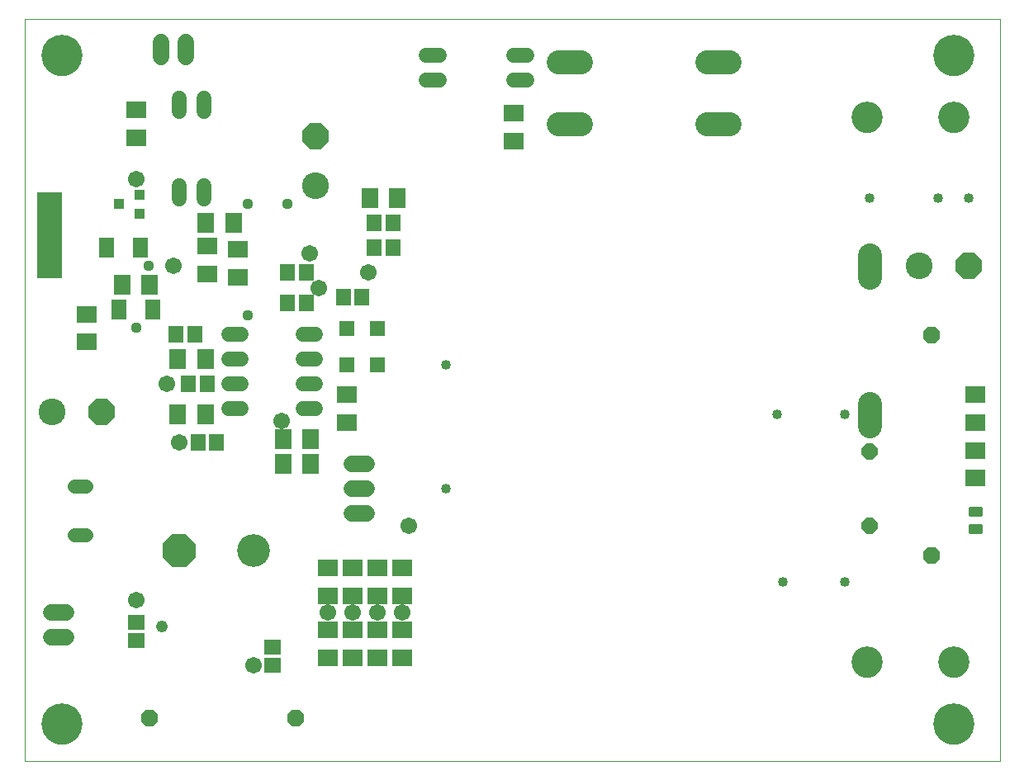
<source format=gts>
G75*
%MOIN*%
%OFA0B0*%
%FSLAX25Y25*%
%IPPOS*%
%LPD*%
%AMOC8*
5,1,8,0,0,1.08239X$1,22.5*
%
%ADD10C,0.00000*%
%ADD11C,0.16548*%
%ADD12C,0.12611*%
%ADD13R,0.10000X0.35000*%
%ADD14C,0.09650*%
%ADD15R,0.07898X0.07099*%
%ADD16C,0.06000*%
%ADD17R,0.05918X0.06706*%
%ADD18R,0.07099X0.07898*%
%ADD19C,0.10800*%
%ADD20OC8,0.10800*%
%ADD21R,0.06312X0.06312*%
%ADD22C,0.06800*%
%ADD23R,0.06312X0.07887*%
%ADD24R,0.04343X0.03950*%
%ADD25C,0.05556*%
%ADD26OC8,0.13200*%
%ADD27C,0.13200*%
%ADD28R,0.06706X0.05918*%
%ADD29OC8,0.06800*%
%ADD30OC8,0.06400*%
%ADD31C,0.04000*%
%ADD32C,0.01677*%
%ADD33C,0.06737*%
%ADD34C,0.06706*%
%ADD35C,0.04900*%
%ADD36C,0.04369*%
D10*
X0014325Y0003000D02*
X0014325Y0302961D01*
X0408026Y0302961D01*
X0408026Y0003000D01*
X0014325Y0003000D01*
X0021451Y0018000D02*
X0021453Y0018193D01*
X0021460Y0018386D01*
X0021472Y0018579D01*
X0021489Y0018772D01*
X0021510Y0018964D01*
X0021536Y0019155D01*
X0021567Y0019346D01*
X0021602Y0019536D01*
X0021642Y0019725D01*
X0021687Y0019913D01*
X0021736Y0020100D01*
X0021790Y0020286D01*
X0021848Y0020470D01*
X0021911Y0020653D01*
X0021979Y0020834D01*
X0022050Y0021013D01*
X0022127Y0021191D01*
X0022207Y0021367D01*
X0022292Y0021540D01*
X0022381Y0021712D01*
X0022474Y0021881D01*
X0022571Y0022048D01*
X0022673Y0022213D01*
X0022778Y0022375D01*
X0022887Y0022534D01*
X0023001Y0022691D01*
X0023118Y0022844D01*
X0023238Y0022995D01*
X0023363Y0023143D01*
X0023491Y0023288D01*
X0023622Y0023429D01*
X0023757Y0023568D01*
X0023896Y0023703D01*
X0024037Y0023834D01*
X0024182Y0023962D01*
X0024330Y0024087D01*
X0024481Y0024207D01*
X0024634Y0024324D01*
X0024791Y0024438D01*
X0024950Y0024547D01*
X0025112Y0024652D01*
X0025277Y0024754D01*
X0025444Y0024851D01*
X0025613Y0024944D01*
X0025785Y0025033D01*
X0025958Y0025118D01*
X0026134Y0025198D01*
X0026312Y0025275D01*
X0026491Y0025346D01*
X0026672Y0025414D01*
X0026855Y0025477D01*
X0027039Y0025535D01*
X0027225Y0025589D01*
X0027412Y0025638D01*
X0027600Y0025683D01*
X0027789Y0025723D01*
X0027979Y0025758D01*
X0028170Y0025789D01*
X0028361Y0025815D01*
X0028553Y0025836D01*
X0028746Y0025853D01*
X0028939Y0025865D01*
X0029132Y0025872D01*
X0029325Y0025874D01*
X0029518Y0025872D01*
X0029711Y0025865D01*
X0029904Y0025853D01*
X0030097Y0025836D01*
X0030289Y0025815D01*
X0030480Y0025789D01*
X0030671Y0025758D01*
X0030861Y0025723D01*
X0031050Y0025683D01*
X0031238Y0025638D01*
X0031425Y0025589D01*
X0031611Y0025535D01*
X0031795Y0025477D01*
X0031978Y0025414D01*
X0032159Y0025346D01*
X0032338Y0025275D01*
X0032516Y0025198D01*
X0032692Y0025118D01*
X0032865Y0025033D01*
X0033037Y0024944D01*
X0033206Y0024851D01*
X0033373Y0024754D01*
X0033538Y0024652D01*
X0033700Y0024547D01*
X0033859Y0024438D01*
X0034016Y0024324D01*
X0034169Y0024207D01*
X0034320Y0024087D01*
X0034468Y0023962D01*
X0034613Y0023834D01*
X0034754Y0023703D01*
X0034893Y0023568D01*
X0035028Y0023429D01*
X0035159Y0023288D01*
X0035287Y0023143D01*
X0035412Y0022995D01*
X0035532Y0022844D01*
X0035649Y0022691D01*
X0035763Y0022534D01*
X0035872Y0022375D01*
X0035977Y0022213D01*
X0036079Y0022048D01*
X0036176Y0021881D01*
X0036269Y0021712D01*
X0036358Y0021540D01*
X0036443Y0021367D01*
X0036523Y0021191D01*
X0036600Y0021013D01*
X0036671Y0020834D01*
X0036739Y0020653D01*
X0036802Y0020470D01*
X0036860Y0020286D01*
X0036914Y0020100D01*
X0036963Y0019913D01*
X0037008Y0019725D01*
X0037048Y0019536D01*
X0037083Y0019346D01*
X0037114Y0019155D01*
X0037140Y0018964D01*
X0037161Y0018772D01*
X0037178Y0018579D01*
X0037190Y0018386D01*
X0037197Y0018193D01*
X0037199Y0018000D01*
X0037197Y0017807D01*
X0037190Y0017614D01*
X0037178Y0017421D01*
X0037161Y0017228D01*
X0037140Y0017036D01*
X0037114Y0016845D01*
X0037083Y0016654D01*
X0037048Y0016464D01*
X0037008Y0016275D01*
X0036963Y0016087D01*
X0036914Y0015900D01*
X0036860Y0015714D01*
X0036802Y0015530D01*
X0036739Y0015347D01*
X0036671Y0015166D01*
X0036600Y0014987D01*
X0036523Y0014809D01*
X0036443Y0014633D01*
X0036358Y0014460D01*
X0036269Y0014288D01*
X0036176Y0014119D01*
X0036079Y0013952D01*
X0035977Y0013787D01*
X0035872Y0013625D01*
X0035763Y0013466D01*
X0035649Y0013309D01*
X0035532Y0013156D01*
X0035412Y0013005D01*
X0035287Y0012857D01*
X0035159Y0012712D01*
X0035028Y0012571D01*
X0034893Y0012432D01*
X0034754Y0012297D01*
X0034613Y0012166D01*
X0034468Y0012038D01*
X0034320Y0011913D01*
X0034169Y0011793D01*
X0034016Y0011676D01*
X0033859Y0011562D01*
X0033700Y0011453D01*
X0033538Y0011348D01*
X0033373Y0011246D01*
X0033206Y0011149D01*
X0033037Y0011056D01*
X0032865Y0010967D01*
X0032692Y0010882D01*
X0032516Y0010802D01*
X0032338Y0010725D01*
X0032159Y0010654D01*
X0031978Y0010586D01*
X0031795Y0010523D01*
X0031611Y0010465D01*
X0031425Y0010411D01*
X0031238Y0010362D01*
X0031050Y0010317D01*
X0030861Y0010277D01*
X0030671Y0010242D01*
X0030480Y0010211D01*
X0030289Y0010185D01*
X0030097Y0010164D01*
X0029904Y0010147D01*
X0029711Y0010135D01*
X0029518Y0010128D01*
X0029325Y0010126D01*
X0029132Y0010128D01*
X0028939Y0010135D01*
X0028746Y0010147D01*
X0028553Y0010164D01*
X0028361Y0010185D01*
X0028170Y0010211D01*
X0027979Y0010242D01*
X0027789Y0010277D01*
X0027600Y0010317D01*
X0027412Y0010362D01*
X0027225Y0010411D01*
X0027039Y0010465D01*
X0026855Y0010523D01*
X0026672Y0010586D01*
X0026491Y0010654D01*
X0026312Y0010725D01*
X0026134Y0010802D01*
X0025958Y0010882D01*
X0025785Y0010967D01*
X0025613Y0011056D01*
X0025444Y0011149D01*
X0025277Y0011246D01*
X0025112Y0011348D01*
X0024950Y0011453D01*
X0024791Y0011562D01*
X0024634Y0011676D01*
X0024481Y0011793D01*
X0024330Y0011913D01*
X0024182Y0012038D01*
X0024037Y0012166D01*
X0023896Y0012297D01*
X0023757Y0012432D01*
X0023622Y0012571D01*
X0023491Y0012712D01*
X0023363Y0012857D01*
X0023238Y0013005D01*
X0023118Y0013156D01*
X0023001Y0013309D01*
X0022887Y0013466D01*
X0022778Y0013625D01*
X0022673Y0013787D01*
X0022571Y0013952D01*
X0022474Y0014119D01*
X0022381Y0014288D01*
X0022292Y0014460D01*
X0022207Y0014633D01*
X0022127Y0014809D01*
X0022050Y0014987D01*
X0021979Y0015166D01*
X0021911Y0015347D01*
X0021848Y0015530D01*
X0021790Y0015714D01*
X0021736Y0015900D01*
X0021687Y0016087D01*
X0021642Y0016275D01*
X0021602Y0016464D01*
X0021567Y0016654D01*
X0021536Y0016845D01*
X0021510Y0017036D01*
X0021489Y0017228D01*
X0021472Y0017421D01*
X0021460Y0017614D01*
X0021453Y0017807D01*
X0021451Y0018000D01*
X0348419Y0043000D02*
X0348421Y0043153D01*
X0348427Y0043307D01*
X0348437Y0043460D01*
X0348451Y0043612D01*
X0348469Y0043765D01*
X0348491Y0043916D01*
X0348516Y0044067D01*
X0348546Y0044218D01*
X0348580Y0044368D01*
X0348617Y0044516D01*
X0348658Y0044664D01*
X0348703Y0044810D01*
X0348752Y0044956D01*
X0348805Y0045100D01*
X0348861Y0045242D01*
X0348921Y0045383D01*
X0348985Y0045523D01*
X0349052Y0045661D01*
X0349123Y0045797D01*
X0349198Y0045931D01*
X0349275Y0046063D01*
X0349357Y0046193D01*
X0349441Y0046321D01*
X0349529Y0046447D01*
X0349620Y0046570D01*
X0349714Y0046691D01*
X0349812Y0046809D01*
X0349912Y0046925D01*
X0350016Y0047038D01*
X0350122Y0047149D01*
X0350231Y0047257D01*
X0350343Y0047362D01*
X0350457Y0047463D01*
X0350575Y0047562D01*
X0350694Y0047658D01*
X0350816Y0047751D01*
X0350941Y0047840D01*
X0351068Y0047927D01*
X0351197Y0048009D01*
X0351328Y0048089D01*
X0351461Y0048165D01*
X0351596Y0048238D01*
X0351733Y0048307D01*
X0351872Y0048372D01*
X0352012Y0048434D01*
X0352154Y0048492D01*
X0352297Y0048547D01*
X0352442Y0048598D01*
X0352588Y0048645D01*
X0352735Y0048688D01*
X0352883Y0048727D01*
X0353032Y0048763D01*
X0353182Y0048794D01*
X0353333Y0048822D01*
X0353484Y0048846D01*
X0353637Y0048866D01*
X0353789Y0048882D01*
X0353942Y0048894D01*
X0354095Y0048902D01*
X0354248Y0048906D01*
X0354402Y0048906D01*
X0354555Y0048902D01*
X0354708Y0048894D01*
X0354861Y0048882D01*
X0355013Y0048866D01*
X0355166Y0048846D01*
X0355317Y0048822D01*
X0355468Y0048794D01*
X0355618Y0048763D01*
X0355767Y0048727D01*
X0355915Y0048688D01*
X0356062Y0048645D01*
X0356208Y0048598D01*
X0356353Y0048547D01*
X0356496Y0048492D01*
X0356638Y0048434D01*
X0356778Y0048372D01*
X0356917Y0048307D01*
X0357054Y0048238D01*
X0357189Y0048165D01*
X0357322Y0048089D01*
X0357453Y0048009D01*
X0357582Y0047927D01*
X0357709Y0047840D01*
X0357834Y0047751D01*
X0357956Y0047658D01*
X0358075Y0047562D01*
X0358193Y0047463D01*
X0358307Y0047362D01*
X0358419Y0047257D01*
X0358528Y0047149D01*
X0358634Y0047038D01*
X0358738Y0046925D01*
X0358838Y0046809D01*
X0358936Y0046691D01*
X0359030Y0046570D01*
X0359121Y0046447D01*
X0359209Y0046321D01*
X0359293Y0046193D01*
X0359375Y0046063D01*
X0359452Y0045931D01*
X0359527Y0045797D01*
X0359598Y0045661D01*
X0359665Y0045523D01*
X0359729Y0045383D01*
X0359789Y0045242D01*
X0359845Y0045100D01*
X0359898Y0044956D01*
X0359947Y0044810D01*
X0359992Y0044664D01*
X0360033Y0044516D01*
X0360070Y0044368D01*
X0360104Y0044218D01*
X0360134Y0044067D01*
X0360159Y0043916D01*
X0360181Y0043765D01*
X0360199Y0043612D01*
X0360213Y0043460D01*
X0360223Y0043307D01*
X0360229Y0043153D01*
X0360231Y0043000D01*
X0360229Y0042847D01*
X0360223Y0042693D01*
X0360213Y0042540D01*
X0360199Y0042388D01*
X0360181Y0042235D01*
X0360159Y0042084D01*
X0360134Y0041933D01*
X0360104Y0041782D01*
X0360070Y0041632D01*
X0360033Y0041484D01*
X0359992Y0041336D01*
X0359947Y0041190D01*
X0359898Y0041044D01*
X0359845Y0040900D01*
X0359789Y0040758D01*
X0359729Y0040617D01*
X0359665Y0040477D01*
X0359598Y0040339D01*
X0359527Y0040203D01*
X0359452Y0040069D01*
X0359375Y0039937D01*
X0359293Y0039807D01*
X0359209Y0039679D01*
X0359121Y0039553D01*
X0359030Y0039430D01*
X0358936Y0039309D01*
X0358838Y0039191D01*
X0358738Y0039075D01*
X0358634Y0038962D01*
X0358528Y0038851D01*
X0358419Y0038743D01*
X0358307Y0038638D01*
X0358193Y0038537D01*
X0358075Y0038438D01*
X0357956Y0038342D01*
X0357834Y0038249D01*
X0357709Y0038160D01*
X0357582Y0038073D01*
X0357453Y0037991D01*
X0357322Y0037911D01*
X0357189Y0037835D01*
X0357054Y0037762D01*
X0356917Y0037693D01*
X0356778Y0037628D01*
X0356638Y0037566D01*
X0356496Y0037508D01*
X0356353Y0037453D01*
X0356208Y0037402D01*
X0356062Y0037355D01*
X0355915Y0037312D01*
X0355767Y0037273D01*
X0355618Y0037237D01*
X0355468Y0037206D01*
X0355317Y0037178D01*
X0355166Y0037154D01*
X0355013Y0037134D01*
X0354861Y0037118D01*
X0354708Y0037106D01*
X0354555Y0037098D01*
X0354402Y0037094D01*
X0354248Y0037094D01*
X0354095Y0037098D01*
X0353942Y0037106D01*
X0353789Y0037118D01*
X0353637Y0037134D01*
X0353484Y0037154D01*
X0353333Y0037178D01*
X0353182Y0037206D01*
X0353032Y0037237D01*
X0352883Y0037273D01*
X0352735Y0037312D01*
X0352588Y0037355D01*
X0352442Y0037402D01*
X0352297Y0037453D01*
X0352154Y0037508D01*
X0352012Y0037566D01*
X0351872Y0037628D01*
X0351733Y0037693D01*
X0351596Y0037762D01*
X0351461Y0037835D01*
X0351328Y0037911D01*
X0351197Y0037991D01*
X0351068Y0038073D01*
X0350941Y0038160D01*
X0350816Y0038249D01*
X0350694Y0038342D01*
X0350575Y0038438D01*
X0350457Y0038537D01*
X0350343Y0038638D01*
X0350231Y0038743D01*
X0350122Y0038851D01*
X0350016Y0038962D01*
X0349912Y0039075D01*
X0349812Y0039191D01*
X0349714Y0039309D01*
X0349620Y0039430D01*
X0349529Y0039553D01*
X0349441Y0039679D01*
X0349357Y0039807D01*
X0349275Y0039937D01*
X0349198Y0040069D01*
X0349123Y0040203D01*
X0349052Y0040339D01*
X0348985Y0040477D01*
X0348921Y0040617D01*
X0348861Y0040758D01*
X0348805Y0040900D01*
X0348752Y0041044D01*
X0348703Y0041190D01*
X0348658Y0041336D01*
X0348617Y0041484D01*
X0348580Y0041632D01*
X0348546Y0041782D01*
X0348516Y0041933D01*
X0348491Y0042084D01*
X0348469Y0042235D01*
X0348451Y0042388D01*
X0348437Y0042540D01*
X0348427Y0042693D01*
X0348421Y0042847D01*
X0348419Y0043000D01*
X0383419Y0043000D02*
X0383421Y0043153D01*
X0383427Y0043307D01*
X0383437Y0043460D01*
X0383451Y0043612D01*
X0383469Y0043765D01*
X0383491Y0043916D01*
X0383516Y0044067D01*
X0383546Y0044218D01*
X0383580Y0044368D01*
X0383617Y0044516D01*
X0383658Y0044664D01*
X0383703Y0044810D01*
X0383752Y0044956D01*
X0383805Y0045100D01*
X0383861Y0045242D01*
X0383921Y0045383D01*
X0383985Y0045523D01*
X0384052Y0045661D01*
X0384123Y0045797D01*
X0384198Y0045931D01*
X0384275Y0046063D01*
X0384357Y0046193D01*
X0384441Y0046321D01*
X0384529Y0046447D01*
X0384620Y0046570D01*
X0384714Y0046691D01*
X0384812Y0046809D01*
X0384912Y0046925D01*
X0385016Y0047038D01*
X0385122Y0047149D01*
X0385231Y0047257D01*
X0385343Y0047362D01*
X0385457Y0047463D01*
X0385575Y0047562D01*
X0385694Y0047658D01*
X0385816Y0047751D01*
X0385941Y0047840D01*
X0386068Y0047927D01*
X0386197Y0048009D01*
X0386328Y0048089D01*
X0386461Y0048165D01*
X0386596Y0048238D01*
X0386733Y0048307D01*
X0386872Y0048372D01*
X0387012Y0048434D01*
X0387154Y0048492D01*
X0387297Y0048547D01*
X0387442Y0048598D01*
X0387588Y0048645D01*
X0387735Y0048688D01*
X0387883Y0048727D01*
X0388032Y0048763D01*
X0388182Y0048794D01*
X0388333Y0048822D01*
X0388484Y0048846D01*
X0388637Y0048866D01*
X0388789Y0048882D01*
X0388942Y0048894D01*
X0389095Y0048902D01*
X0389248Y0048906D01*
X0389402Y0048906D01*
X0389555Y0048902D01*
X0389708Y0048894D01*
X0389861Y0048882D01*
X0390013Y0048866D01*
X0390166Y0048846D01*
X0390317Y0048822D01*
X0390468Y0048794D01*
X0390618Y0048763D01*
X0390767Y0048727D01*
X0390915Y0048688D01*
X0391062Y0048645D01*
X0391208Y0048598D01*
X0391353Y0048547D01*
X0391496Y0048492D01*
X0391638Y0048434D01*
X0391778Y0048372D01*
X0391917Y0048307D01*
X0392054Y0048238D01*
X0392189Y0048165D01*
X0392322Y0048089D01*
X0392453Y0048009D01*
X0392582Y0047927D01*
X0392709Y0047840D01*
X0392834Y0047751D01*
X0392956Y0047658D01*
X0393075Y0047562D01*
X0393193Y0047463D01*
X0393307Y0047362D01*
X0393419Y0047257D01*
X0393528Y0047149D01*
X0393634Y0047038D01*
X0393738Y0046925D01*
X0393838Y0046809D01*
X0393936Y0046691D01*
X0394030Y0046570D01*
X0394121Y0046447D01*
X0394209Y0046321D01*
X0394293Y0046193D01*
X0394375Y0046063D01*
X0394452Y0045931D01*
X0394527Y0045797D01*
X0394598Y0045661D01*
X0394665Y0045523D01*
X0394729Y0045383D01*
X0394789Y0045242D01*
X0394845Y0045100D01*
X0394898Y0044956D01*
X0394947Y0044810D01*
X0394992Y0044664D01*
X0395033Y0044516D01*
X0395070Y0044368D01*
X0395104Y0044218D01*
X0395134Y0044067D01*
X0395159Y0043916D01*
X0395181Y0043765D01*
X0395199Y0043612D01*
X0395213Y0043460D01*
X0395223Y0043307D01*
X0395229Y0043153D01*
X0395231Y0043000D01*
X0395229Y0042847D01*
X0395223Y0042693D01*
X0395213Y0042540D01*
X0395199Y0042388D01*
X0395181Y0042235D01*
X0395159Y0042084D01*
X0395134Y0041933D01*
X0395104Y0041782D01*
X0395070Y0041632D01*
X0395033Y0041484D01*
X0394992Y0041336D01*
X0394947Y0041190D01*
X0394898Y0041044D01*
X0394845Y0040900D01*
X0394789Y0040758D01*
X0394729Y0040617D01*
X0394665Y0040477D01*
X0394598Y0040339D01*
X0394527Y0040203D01*
X0394452Y0040069D01*
X0394375Y0039937D01*
X0394293Y0039807D01*
X0394209Y0039679D01*
X0394121Y0039553D01*
X0394030Y0039430D01*
X0393936Y0039309D01*
X0393838Y0039191D01*
X0393738Y0039075D01*
X0393634Y0038962D01*
X0393528Y0038851D01*
X0393419Y0038743D01*
X0393307Y0038638D01*
X0393193Y0038537D01*
X0393075Y0038438D01*
X0392956Y0038342D01*
X0392834Y0038249D01*
X0392709Y0038160D01*
X0392582Y0038073D01*
X0392453Y0037991D01*
X0392322Y0037911D01*
X0392189Y0037835D01*
X0392054Y0037762D01*
X0391917Y0037693D01*
X0391778Y0037628D01*
X0391638Y0037566D01*
X0391496Y0037508D01*
X0391353Y0037453D01*
X0391208Y0037402D01*
X0391062Y0037355D01*
X0390915Y0037312D01*
X0390767Y0037273D01*
X0390618Y0037237D01*
X0390468Y0037206D01*
X0390317Y0037178D01*
X0390166Y0037154D01*
X0390013Y0037134D01*
X0389861Y0037118D01*
X0389708Y0037106D01*
X0389555Y0037098D01*
X0389402Y0037094D01*
X0389248Y0037094D01*
X0389095Y0037098D01*
X0388942Y0037106D01*
X0388789Y0037118D01*
X0388637Y0037134D01*
X0388484Y0037154D01*
X0388333Y0037178D01*
X0388182Y0037206D01*
X0388032Y0037237D01*
X0387883Y0037273D01*
X0387735Y0037312D01*
X0387588Y0037355D01*
X0387442Y0037402D01*
X0387297Y0037453D01*
X0387154Y0037508D01*
X0387012Y0037566D01*
X0386872Y0037628D01*
X0386733Y0037693D01*
X0386596Y0037762D01*
X0386461Y0037835D01*
X0386328Y0037911D01*
X0386197Y0037991D01*
X0386068Y0038073D01*
X0385941Y0038160D01*
X0385816Y0038249D01*
X0385694Y0038342D01*
X0385575Y0038438D01*
X0385457Y0038537D01*
X0385343Y0038638D01*
X0385231Y0038743D01*
X0385122Y0038851D01*
X0385016Y0038962D01*
X0384912Y0039075D01*
X0384812Y0039191D01*
X0384714Y0039309D01*
X0384620Y0039430D01*
X0384529Y0039553D01*
X0384441Y0039679D01*
X0384357Y0039807D01*
X0384275Y0039937D01*
X0384198Y0040069D01*
X0384123Y0040203D01*
X0384052Y0040339D01*
X0383985Y0040477D01*
X0383921Y0040617D01*
X0383861Y0040758D01*
X0383805Y0040900D01*
X0383752Y0041044D01*
X0383703Y0041190D01*
X0383658Y0041336D01*
X0383617Y0041484D01*
X0383580Y0041632D01*
X0383546Y0041782D01*
X0383516Y0041933D01*
X0383491Y0042084D01*
X0383469Y0042235D01*
X0383451Y0042388D01*
X0383437Y0042540D01*
X0383427Y0042693D01*
X0383421Y0042847D01*
X0383419Y0043000D01*
X0381451Y0018000D02*
X0381453Y0018193D01*
X0381460Y0018386D01*
X0381472Y0018579D01*
X0381489Y0018772D01*
X0381510Y0018964D01*
X0381536Y0019155D01*
X0381567Y0019346D01*
X0381602Y0019536D01*
X0381642Y0019725D01*
X0381687Y0019913D01*
X0381736Y0020100D01*
X0381790Y0020286D01*
X0381848Y0020470D01*
X0381911Y0020653D01*
X0381979Y0020834D01*
X0382050Y0021013D01*
X0382127Y0021191D01*
X0382207Y0021367D01*
X0382292Y0021540D01*
X0382381Y0021712D01*
X0382474Y0021881D01*
X0382571Y0022048D01*
X0382673Y0022213D01*
X0382778Y0022375D01*
X0382887Y0022534D01*
X0383001Y0022691D01*
X0383118Y0022844D01*
X0383238Y0022995D01*
X0383363Y0023143D01*
X0383491Y0023288D01*
X0383622Y0023429D01*
X0383757Y0023568D01*
X0383896Y0023703D01*
X0384037Y0023834D01*
X0384182Y0023962D01*
X0384330Y0024087D01*
X0384481Y0024207D01*
X0384634Y0024324D01*
X0384791Y0024438D01*
X0384950Y0024547D01*
X0385112Y0024652D01*
X0385277Y0024754D01*
X0385444Y0024851D01*
X0385613Y0024944D01*
X0385785Y0025033D01*
X0385958Y0025118D01*
X0386134Y0025198D01*
X0386312Y0025275D01*
X0386491Y0025346D01*
X0386672Y0025414D01*
X0386855Y0025477D01*
X0387039Y0025535D01*
X0387225Y0025589D01*
X0387412Y0025638D01*
X0387600Y0025683D01*
X0387789Y0025723D01*
X0387979Y0025758D01*
X0388170Y0025789D01*
X0388361Y0025815D01*
X0388553Y0025836D01*
X0388746Y0025853D01*
X0388939Y0025865D01*
X0389132Y0025872D01*
X0389325Y0025874D01*
X0389518Y0025872D01*
X0389711Y0025865D01*
X0389904Y0025853D01*
X0390097Y0025836D01*
X0390289Y0025815D01*
X0390480Y0025789D01*
X0390671Y0025758D01*
X0390861Y0025723D01*
X0391050Y0025683D01*
X0391238Y0025638D01*
X0391425Y0025589D01*
X0391611Y0025535D01*
X0391795Y0025477D01*
X0391978Y0025414D01*
X0392159Y0025346D01*
X0392338Y0025275D01*
X0392516Y0025198D01*
X0392692Y0025118D01*
X0392865Y0025033D01*
X0393037Y0024944D01*
X0393206Y0024851D01*
X0393373Y0024754D01*
X0393538Y0024652D01*
X0393700Y0024547D01*
X0393859Y0024438D01*
X0394016Y0024324D01*
X0394169Y0024207D01*
X0394320Y0024087D01*
X0394468Y0023962D01*
X0394613Y0023834D01*
X0394754Y0023703D01*
X0394893Y0023568D01*
X0395028Y0023429D01*
X0395159Y0023288D01*
X0395287Y0023143D01*
X0395412Y0022995D01*
X0395532Y0022844D01*
X0395649Y0022691D01*
X0395763Y0022534D01*
X0395872Y0022375D01*
X0395977Y0022213D01*
X0396079Y0022048D01*
X0396176Y0021881D01*
X0396269Y0021712D01*
X0396358Y0021540D01*
X0396443Y0021367D01*
X0396523Y0021191D01*
X0396600Y0021013D01*
X0396671Y0020834D01*
X0396739Y0020653D01*
X0396802Y0020470D01*
X0396860Y0020286D01*
X0396914Y0020100D01*
X0396963Y0019913D01*
X0397008Y0019725D01*
X0397048Y0019536D01*
X0397083Y0019346D01*
X0397114Y0019155D01*
X0397140Y0018964D01*
X0397161Y0018772D01*
X0397178Y0018579D01*
X0397190Y0018386D01*
X0397197Y0018193D01*
X0397199Y0018000D01*
X0397197Y0017807D01*
X0397190Y0017614D01*
X0397178Y0017421D01*
X0397161Y0017228D01*
X0397140Y0017036D01*
X0397114Y0016845D01*
X0397083Y0016654D01*
X0397048Y0016464D01*
X0397008Y0016275D01*
X0396963Y0016087D01*
X0396914Y0015900D01*
X0396860Y0015714D01*
X0396802Y0015530D01*
X0396739Y0015347D01*
X0396671Y0015166D01*
X0396600Y0014987D01*
X0396523Y0014809D01*
X0396443Y0014633D01*
X0396358Y0014460D01*
X0396269Y0014288D01*
X0396176Y0014119D01*
X0396079Y0013952D01*
X0395977Y0013787D01*
X0395872Y0013625D01*
X0395763Y0013466D01*
X0395649Y0013309D01*
X0395532Y0013156D01*
X0395412Y0013005D01*
X0395287Y0012857D01*
X0395159Y0012712D01*
X0395028Y0012571D01*
X0394893Y0012432D01*
X0394754Y0012297D01*
X0394613Y0012166D01*
X0394468Y0012038D01*
X0394320Y0011913D01*
X0394169Y0011793D01*
X0394016Y0011676D01*
X0393859Y0011562D01*
X0393700Y0011453D01*
X0393538Y0011348D01*
X0393373Y0011246D01*
X0393206Y0011149D01*
X0393037Y0011056D01*
X0392865Y0010967D01*
X0392692Y0010882D01*
X0392516Y0010802D01*
X0392338Y0010725D01*
X0392159Y0010654D01*
X0391978Y0010586D01*
X0391795Y0010523D01*
X0391611Y0010465D01*
X0391425Y0010411D01*
X0391238Y0010362D01*
X0391050Y0010317D01*
X0390861Y0010277D01*
X0390671Y0010242D01*
X0390480Y0010211D01*
X0390289Y0010185D01*
X0390097Y0010164D01*
X0389904Y0010147D01*
X0389711Y0010135D01*
X0389518Y0010128D01*
X0389325Y0010126D01*
X0389132Y0010128D01*
X0388939Y0010135D01*
X0388746Y0010147D01*
X0388553Y0010164D01*
X0388361Y0010185D01*
X0388170Y0010211D01*
X0387979Y0010242D01*
X0387789Y0010277D01*
X0387600Y0010317D01*
X0387412Y0010362D01*
X0387225Y0010411D01*
X0387039Y0010465D01*
X0386855Y0010523D01*
X0386672Y0010586D01*
X0386491Y0010654D01*
X0386312Y0010725D01*
X0386134Y0010802D01*
X0385958Y0010882D01*
X0385785Y0010967D01*
X0385613Y0011056D01*
X0385444Y0011149D01*
X0385277Y0011246D01*
X0385112Y0011348D01*
X0384950Y0011453D01*
X0384791Y0011562D01*
X0384634Y0011676D01*
X0384481Y0011793D01*
X0384330Y0011913D01*
X0384182Y0012038D01*
X0384037Y0012166D01*
X0383896Y0012297D01*
X0383757Y0012432D01*
X0383622Y0012571D01*
X0383491Y0012712D01*
X0383363Y0012857D01*
X0383238Y0013005D01*
X0383118Y0013156D01*
X0383001Y0013309D01*
X0382887Y0013466D01*
X0382778Y0013625D01*
X0382673Y0013787D01*
X0382571Y0013952D01*
X0382474Y0014119D01*
X0382381Y0014288D01*
X0382292Y0014460D01*
X0382207Y0014633D01*
X0382127Y0014809D01*
X0382050Y0014987D01*
X0381979Y0015166D01*
X0381911Y0015347D01*
X0381848Y0015530D01*
X0381790Y0015714D01*
X0381736Y0015900D01*
X0381687Y0016087D01*
X0381642Y0016275D01*
X0381602Y0016464D01*
X0381567Y0016654D01*
X0381536Y0016845D01*
X0381510Y0017036D01*
X0381489Y0017228D01*
X0381472Y0017421D01*
X0381460Y0017614D01*
X0381453Y0017807D01*
X0381451Y0018000D01*
X0383419Y0263000D02*
X0383421Y0263153D01*
X0383427Y0263307D01*
X0383437Y0263460D01*
X0383451Y0263612D01*
X0383469Y0263765D01*
X0383491Y0263916D01*
X0383516Y0264067D01*
X0383546Y0264218D01*
X0383580Y0264368D01*
X0383617Y0264516D01*
X0383658Y0264664D01*
X0383703Y0264810D01*
X0383752Y0264956D01*
X0383805Y0265100D01*
X0383861Y0265242D01*
X0383921Y0265383D01*
X0383985Y0265523D01*
X0384052Y0265661D01*
X0384123Y0265797D01*
X0384198Y0265931D01*
X0384275Y0266063D01*
X0384357Y0266193D01*
X0384441Y0266321D01*
X0384529Y0266447D01*
X0384620Y0266570D01*
X0384714Y0266691D01*
X0384812Y0266809D01*
X0384912Y0266925D01*
X0385016Y0267038D01*
X0385122Y0267149D01*
X0385231Y0267257D01*
X0385343Y0267362D01*
X0385457Y0267463D01*
X0385575Y0267562D01*
X0385694Y0267658D01*
X0385816Y0267751D01*
X0385941Y0267840D01*
X0386068Y0267927D01*
X0386197Y0268009D01*
X0386328Y0268089D01*
X0386461Y0268165D01*
X0386596Y0268238D01*
X0386733Y0268307D01*
X0386872Y0268372D01*
X0387012Y0268434D01*
X0387154Y0268492D01*
X0387297Y0268547D01*
X0387442Y0268598D01*
X0387588Y0268645D01*
X0387735Y0268688D01*
X0387883Y0268727D01*
X0388032Y0268763D01*
X0388182Y0268794D01*
X0388333Y0268822D01*
X0388484Y0268846D01*
X0388637Y0268866D01*
X0388789Y0268882D01*
X0388942Y0268894D01*
X0389095Y0268902D01*
X0389248Y0268906D01*
X0389402Y0268906D01*
X0389555Y0268902D01*
X0389708Y0268894D01*
X0389861Y0268882D01*
X0390013Y0268866D01*
X0390166Y0268846D01*
X0390317Y0268822D01*
X0390468Y0268794D01*
X0390618Y0268763D01*
X0390767Y0268727D01*
X0390915Y0268688D01*
X0391062Y0268645D01*
X0391208Y0268598D01*
X0391353Y0268547D01*
X0391496Y0268492D01*
X0391638Y0268434D01*
X0391778Y0268372D01*
X0391917Y0268307D01*
X0392054Y0268238D01*
X0392189Y0268165D01*
X0392322Y0268089D01*
X0392453Y0268009D01*
X0392582Y0267927D01*
X0392709Y0267840D01*
X0392834Y0267751D01*
X0392956Y0267658D01*
X0393075Y0267562D01*
X0393193Y0267463D01*
X0393307Y0267362D01*
X0393419Y0267257D01*
X0393528Y0267149D01*
X0393634Y0267038D01*
X0393738Y0266925D01*
X0393838Y0266809D01*
X0393936Y0266691D01*
X0394030Y0266570D01*
X0394121Y0266447D01*
X0394209Y0266321D01*
X0394293Y0266193D01*
X0394375Y0266063D01*
X0394452Y0265931D01*
X0394527Y0265797D01*
X0394598Y0265661D01*
X0394665Y0265523D01*
X0394729Y0265383D01*
X0394789Y0265242D01*
X0394845Y0265100D01*
X0394898Y0264956D01*
X0394947Y0264810D01*
X0394992Y0264664D01*
X0395033Y0264516D01*
X0395070Y0264368D01*
X0395104Y0264218D01*
X0395134Y0264067D01*
X0395159Y0263916D01*
X0395181Y0263765D01*
X0395199Y0263612D01*
X0395213Y0263460D01*
X0395223Y0263307D01*
X0395229Y0263153D01*
X0395231Y0263000D01*
X0395229Y0262847D01*
X0395223Y0262693D01*
X0395213Y0262540D01*
X0395199Y0262388D01*
X0395181Y0262235D01*
X0395159Y0262084D01*
X0395134Y0261933D01*
X0395104Y0261782D01*
X0395070Y0261632D01*
X0395033Y0261484D01*
X0394992Y0261336D01*
X0394947Y0261190D01*
X0394898Y0261044D01*
X0394845Y0260900D01*
X0394789Y0260758D01*
X0394729Y0260617D01*
X0394665Y0260477D01*
X0394598Y0260339D01*
X0394527Y0260203D01*
X0394452Y0260069D01*
X0394375Y0259937D01*
X0394293Y0259807D01*
X0394209Y0259679D01*
X0394121Y0259553D01*
X0394030Y0259430D01*
X0393936Y0259309D01*
X0393838Y0259191D01*
X0393738Y0259075D01*
X0393634Y0258962D01*
X0393528Y0258851D01*
X0393419Y0258743D01*
X0393307Y0258638D01*
X0393193Y0258537D01*
X0393075Y0258438D01*
X0392956Y0258342D01*
X0392834Y0258249D01*
X0392709Y0258160D01*
X0392582Y0258073D01*
X0392453Y0257991D01*
X0392322Y0257911D01*
X0392189Y0257835D01*
X0392054Y0257762D01*
X0391917Y0257693D01*
X0391778Y0257628D01*
X0391638Y0257566D01*
X0391496Y0257508D01*
X0391353Y0257453D01*
X0391208Y0257402D01*
X0391062Y0257355D01*
X0390915Y0257312D01*
X0390767Y0257273D01*
X0390618Y0257237D01*
X0390468Y0257206D01*
X0390317Y0257178D01*
X0390166Y0257154D01*
X0390013Y0257134D01*
X0389861Y0257118D01*
X0389708Y0257106D01*
X0389555Y0257098D01*
X0389402Y0257094D01*
X0389248Y0257094D01*
X0389095Y0257098D01*
X0388942Y0257106D01*
X0388789Y0257118D01*
X0388637Y0257134D01*
X0388484Y0257154D01*
X0388333Y0257178D01*
X0388182Y0257206D01*
X0388032Y0257237D01*
X0387883Y0257273D01*
X0387735Y0257312D01*
X0387588Y0257355D01*
X0387442Y0257402D01*
X0387297Y0257453D01*
X0387154Y0257508D01*
X0387012Y0257566D01*
X0386872Y0257628D01*
X0386733Y0257693D01*
X0386596Y0257762D01*
X0386461Y0257835D01*
X0386328Y0257911D01*
X0386197Y0257991D01*
X0386068Y0258073D01*
X0385941Y0258160D01*
X0385816Y0258249D01*
X0385694Y0258342D01*
X0385575Y0258438D01*
X0385457Y0258537D01*
X0385343Y0258638D01*
X0385231Y0258743D01*
X0385122Y0258851D01*
X0385016Y0258962D01*
X0384912Y0259075D01*
X0384812Y0259191D01*
X0384714Y0259309D01*
X0384620Y0259430D01*
X0384529Y0259553D01*
X0384441Y0259679D01*
X0384357Y0259807D01*
X0384275Y0259937D01*
X0384198Y0260069D01*
X0384123Y0260203D01*
X0384052Y0260339D01*
X0383985Y0260477D01*
X0383921Y0260617D01*
X0383861Y0260758D01*
X0383805Y0260900D01*
X0383752Y0261044D01*
X0383703Y0261190D01*
X0383658Y0261336D01*
X0383617Y0261484D01*
X0383580Y0261632D01*
X0383546Y0261782D01*
X0383516Y0261933D01*
X0383491Y0262084D01*
X0383469Y0262235D01*
X0383451Y0262388D01*
X0383437Y0262540D01*
X0383427Y0262693D01*
X0383421Y0262847D01*
X0383419Y0263000D01*
X0348419Y0263000D02*
X0348421Y0263153D01*
X0348427Y0263307D01*
X0348437Y0263460D01*
X0348451Y0263612D01*
X0348469Y0263765D01*
X0348491Y0263916D01*
X0348516Y0264067D01*
X0348546Y0264218D01*
X0348580Y0264368D01*
X0348617Y0264516D01*
X0348658Y0264664D01*
X0348703Y0264810D01*
X0348752Y0264956D01*
X0348805Y0265100D01*
X0348861Y0265242D01*
X0348921Y0265383D01*
X0348985Y0265523D01*
X0349052Y0265661D01*
X0349123Y0265797D01*
X0349198Y0265931D01*
X0349275Y0266063D01*
X0349357Y0266193D01*
X0349441Y0266321D01*
X0349529Y0266447D01*
X0349620Y0266570D01*
X0349714Y0266691D01*
X0349812Y0266809D01*
X0349912Y0266925D01*
X0350016Y0267038D01*
X0350122Y0267149D01*
X0350231Y0267257D01*
X0350343Y0267362D01*
X0350457Y0267463D01*
X0350575Y0267562D01*
X0350694Y0267658D01*
X0350816Y0267751D01*
X0350941Y0267840D01*
X0351068Y0267927D01*
X0351197Y0268009D01*
X0351328Y0268089D01*
X0351461Y0268165D01*
X0351596Y0268238D01*
X0351733Y0268307D01*
X0351872Y0268372D01*
X0352012Y0268434D01*
X0352154Y0268492D01*
X0352297Y0268547D01*
X0352442Y0268598D01*
X0352588Y0268645D01*
X0352735Y0268688D01*
X0352883Y0268727D01*
X0353032Y0268763D01*
X0353182Y0268794D01*
X0353333Y0268822D01*
X0353484Y0268846D01*
X0353637Y0268866D01*
X0353789Y0268882D01*
X0353942Y0268894D01*
X0354095Y0268902D01*
X0354248Y0268906D01*
X0354402Y0268906D01*
X0354555Y0268902D01*
X0354708Y0268894D01*
X0354861Y0268882D01*
X0355013Y0268866D01*
X0355166Y0268846D01*
X0355317Y0268822D01*
X0355468Y0268794D01*
X0355618Y0268763D01*
X0355767Y0268727D01*
X0355915Y0268688D01*
X0356062Y0268645D01*
X0356208Y0268598D01*
X0356353Y0268547D01*
X0356496Y0268492D01*
X0356638Y0268434D01*
X0356778Y0268372D01*
X0356917Y0268307D01*
X0357054Y0268238D01*
X0357189Y0268165D01*
X0357322Y0268089D01*
X0357453Y0268009D01*
X0357582Y0267927D01*
X0357709Y0267840D01*
X0357834Y0267751D01*
X0357956Y0267658D01*
X0358075Y0267562D01*
X0358193Y0267463D01*
X0358307Y0267362D01*
X0358419Y0267257D01*
X0358528Y0267149D01*
X0358634Y0267038D01*
X0358738Y0266925D01*
X0358838Y0266809D01*
X0358936Y0266691D01*
X0359030Y0266570D01*
X0359121Y0266447D01*
X0359209Y0266321D01*
X0359293Y0266193D01*
X0359375Y0266063D01*
X0359452Y0265931D01*
X0359527Y0265797D01*
X0359598Y0265661D01*
X0359665Y0265523D01*
X0359729Y0265383D01*
X0359789Y0265242D01*
X0359845Y0265100D01*
X0359898Y0264956D01*
X0359947Y0264810D01*
X0359992Y0264664D01*
X0360033Y0264516D01*
X0360070Y0264368D01*
X0360104Y0264218D01*
X0360134Y0264067D01*
X0360159Y0263916D01*
X0360181Y0263765D01*
X0360199Y0263612D01*
X0360213Y0263460D01*
X0360223Y0263307D01*
X0360229Y0263153D01*
X0360231Y0263000D01*
X0360229Y0262847D01*
X0360223Y0262693D01*
X0360213Y0262540D01*
X0360199Y0262388D01*
X0360181Y0262235D01*
X0360159Y0262084D01*
X0360134Y0261933D01*
X0360104Y0261782D01*
X0360070Y0261632D01*
X0360033Y0261484D01*
X0359992Y0261336D01*
X0359947Y0261190D01*
X0359898Y0261044D01*
X0359845Y0260900D01*
X0359789Y0260758D01*
X0359729Y0260617D01*
X0359665Y0260477D01*
X0359598Y0260339D01*
X0359527Y0260203D01*
X0359452Y0260069D01*
X0359375Y0259937D01*
X0359293Y0259807D01*
X0359209Y0259679D01*
X0359121Y0259553D01*
X0359030Y0259430D01*
X0358936Y0259309D01*
X0358838Y0259191D01*
X0358738Y0259075D01*
X0358634Y0258962D01*
X0358528Y0258851D01*
X0358419Y0258743D01*
X0358307Y0258638D01*
X0358193Y0258537D01*
X0358075Y0258438D01*
X0357956Y0258342D01*
X0357834Y0258249D01*
X0357709Y0258160D01*
X0357582Y0258073D01*
X0357453Y0257991D01*
X0357322Y0257911D01*
X0357189Y0257835D01*
X0357054Y0257762D01*
X0356917Y0257693D01*
X0356778Y0257628D01*
X0356638Y0257566D01*
X0356496Y0257508D01*
X0356353Y0257453D01*
X0356208Y0257402D01*
X0356062Y0257355D01*
X0355915Y0257312D01*
X0355767Y0257273D01*
X0355618Y0257237D01*
X0355468Y0257206D01*
X0355317Y0257178D01*
X0355166Y0257154D01*
X0355013Y0257134D01*
X0354861Y0257118D01*
X0354708Y0257106D01*
X0354555Y0257098D01*
X0354402Y0257094D01*
X0354248Y0257094D01*
X0354095Y0257098D01*
X0353942Y0257106D01*
X0353789Y0257118D01*
X0353637Y0257134D01*
X0353484Y0257154D01*
X0353333Y0257178D01*
X0353182Y0257206D01*
X0353032Y0257237D01*
X0352883Y0257273D01*
X0352735Y0257312D01*
X0352588Y0257355D01*
X0352442Y0257402D01*
X0352297Y0257453D01*
X0352154Y0257508D01*
X0352012Y0257566D01*
X0351872Y0257628D01*
X0351733Y0257693D01*
X0351596Y0257762D01*
X0351461Y0257835D01*
X0351328Y0257911D01*
X0351197Y0257991D01*
X0351068Y0258073D01*
X0350941Y0258160D01*
X0350816Y0258249D01*
X0350694Y0258342D01*
X0350575Y0258438D01*
X0350457Y0258537D01*
X0350343Y0258638D01*
X0350231Y0258743D01*
X0350122Y0258851D01*
X0350016Y0258962D01*
X0349912Y0259075D01*
X0349812Y0259191D01*
X0349714Y0259309D01*
X0349620Y0259430D01*
X0349529Y0259553D01*
X0349441Y0259679D01*
X0349357Y0259807D01*
X0349275Y0259937D01*
X0349198Y0260069D01*
X0349123Y0260203D01*
X0349052Y0260339D01*
X0348985Y0260477D01*
X0348921Y0260617D01*
X0348861Y0260758D01*
X0348805Y0260900D01*
X0348752Y0261044D01*
X0348703Y0261190D01*
X0348658Y0261336D01*
X0348617Y0261484D01*
X0348580Y0261632D01*
X0348546Y0261782D01*
X0348516Y0261933D01*
X0348491Y0262084D01*
X0348469Y0262235D01*
X0348451Y0262388D01*
X0348437Y0262540D01*
X0348427Y0262693D01*
X0348421Y0262847D01*
X0348419Y0263000D01*
X0381451Y0288000D02*
X0381453Y0288193D01*
X0381460Y0288386D01*
X0381472Y0288579D01*
X0381489Y0288772D01*
X0381510Y0288964D01*
X0381536Y0289155D01*
X0381567Y0289346D01*
X0381602Y0289536D01*
X0381642Y0289725D01*
X0381687Y0289913D01*
X0381736Y0290100D01*
X0381790Y0290286D01*
X0381848Y0290470D01*
X0381911Y0290653D01*
X0381979Y0290834D01*
X0382050Y0291013D01*
X0382127Y0291191D01*
X0382207Y0291367D01*
X0382292Y0291540D01*
X0382381Y0291712D01*
X0382474Y0291881D01*
X0382571Y0292048D01*
X0382673Y0292213D01*
X0382778Y0292375D01*
X0382887Y0292534D01*
X0383001Y0292691D01*
X0383118Y0292844D01*
X0383238Y0292995D01*
X0383363Y0293143D01*
X0383491Y0293288D01*
X0383622Y0293429D01*
X0383757Y0293568D01*
X0383896Y0293703D01*
X0384037Y0293834D01*
X0384182Y0293962D01*
X0384330Y0294087D01*
X0384481Y0294207D01*
X0384634Y0294324D01*
X0384791Y0294438D01*
X0384950Y0294547D01*
X0385112Y0294652D01*
X0385277Y0294754D01*
X0385444Y0294851D01*
X0385613Y0294944D01*
X0385785Y0295033D01*
X0385958Y0295118D01*
X0386134Y0295198D01*
X0386312Y0295275D01*
X0386491Y0295346D01*
X0386672Y0295414D01*
X0386855Y0295477D01*
X0387039Y0295535D01*
X0387225Y0295589D01*
X0387412Y0295638D01*
X0387600Y0295683D01*
X0387789Y0295723D01*
X0387979Y0295758D01*
X0388170Y0295789D01*
X0388361Y0295815D01*
X0388553Y0295836D01*
X0388746Y0295853D01*
X0388939Y0295865D01*
X0389132Y0295872D01*
X0389325Y0295874D01*
X0389518Y0295872D01*
X0389711Y0295865D01*
X0389904Y0295853D01*
X0390097Y0295836D01*
X0390289Y0295815D01*
X0390480Y0295789D01*
X0390671Y0295758D01*
X0390861Y0295723D01*
X0391050Y0295683D01*
X0391238Y0295638D01*
X0391425Y0295589D01*
X0391611Y0295535D01*
X0391795Y0295477D01*
X0391978Y0295414D01*
X0392159Y0295346D01*
X0392338Y0295275D01*
X0392516Y0295198D01*
X0392692Y0295118D01*
X0392865Y0295033D01*
X0393037Y0294944D01*
X0393206Y0294851D01*
X0393373Y0294754D01*
X0393538Y0294652D01*
X0393700Y0294547D01*
X0393859Y0294438D01*
X0394016Y0294324D01*
X0394169Y0294207D01*
X0394320Y0294087D01*
X0394468Y0293962D01*
X0394613Y0293834D01*
X0394754Y0293703D01*
X0394893Y0293568D01*
X0395028Y0293429D01*
X0395159Y0293288D01*
X0395287Y0293143D01*
X0395412Y0292995D01*
X0395532Y0292844D01*
X0395649Y0292691D01*
X0395763Y0292534D01*
X0395872Y0292375D01*
X0395977Y0292213D01*
X0396079Y0292048D01*
X0396176Y0291881D01*
X0396269Y0291712D01*
X0396358Y0291540D01*
X0396443Y0291367D01*
X0396523Y0291191D01*
X0396600Y0291013D01*
X0396671Y0290834D01*
X0396739Y0290653D01*
X0396802Y0290470D01*
X0396860Y0290286D01*
X0396914Y0290100D01*
X0396963Y0289913D01*
X0397008Y0289725D01*
X0397048Y0289536D01*
X0397083Y0289346D01*
X0397114Y0289155D01*
X0397140Y0288964D01*
X0397161Y0288772D01*
X0397178Y0288579D01*
X0397190Y0288386D01*
X0397197Y0288193D01*
X0397199Y0288000D01*
X0397197Y0287807D01*
X0397190Y0287614D01*
X0397178Y0287421D01*
X0397161Y0287228D01*
X0397140Y0287036D01*
X0397114Y0286845D01*
X0397083Y0286654D01*
X0397048Y0286464D01*
X0397008Y0286275D01*
X0396963Y0286087D01*
X0396914Y0285900D01*
X0396860Y0285714D01*
X0396802Y0285530D01*
X0396739Y0285347D01*
X0396671Y0285166D01*
X0396600Y0284987D01*
X0396523Y0284809D01*
X0396443Y0284633D01*
X0396358Y0284460D01*
X0396269Y0284288D01*
X0396176Y0284119D01*
X0396079Y0283952D01*
X0395977Y0283787D01*
X0395872Y0283625D01*
X0395763Y0283466D01*
X0395649Y0283309D01*
X0395532Y0283156D01*
X0395412Y0283005D01*
X0395287Y0282857D01*
X0395159Y0282712D01*
X0395028Y0282571D01*
X0394893Y0282432D01*
X0394754Y0282297D01*
X0394613Y0282166D01*
X0394468Y0282038D01*
X0394320Y0281913D01*
X0394169Y0281793D01*
X0394016Y0281676D01*
X0393859Y0281562D01*
X0393700Y0281453D01*
X0393538Y0281348D01*
X0393373Y0281246D01*
X0393206Y0281149D01*
X0393037Y0281056D01*
X0392865Y0280967D01*
X0392692Y0280882D01*
X0392516Y0280802D01*
X0392338Y0280725D01*
X0392159Y0280654D01*
X0391978Y0280586D01*
X0391795Y0280523D01*
X0391611Y0280465D01*
X0391425Y0280411D01*
X0391238Y0280362D01*
X0391050Y0280317D01*
X0390861Y0280277D01*
X0390671Y0280242D01*
X0390480Y0280211D01*
X0390289Y0280185D01*
X0390097Y0280164D01*
X0389904Y0280147D01*
X0389711Y0280135D01*
X0389518Y0280128D01*
X0389325Y0280126D01*
X0389132Y0280128D01*
X0388939Y0280135D01*
X0388746Y0280147D01*
X0388553Y0280164D01*
X0388361Y0280185D01*
X0388170Y0280211D01*
X0387979Y0280242D01*
X0387789Y0280277D01*
X0387600Y0280317D01*
X0387412Y0280362D01*
X0387225Y0280411D01*
X0387039Y0280465D01*
X0386855Y0280523D01*
X0386672Y0280586D01*
X0386491Y0280654D01*
X0386312Y0280725D01*
X0386134Y0280802D01*
X0385958Y0280882D01*
X0385785Y0280967D01*
X0385613Y0281056D01*
X0385444Y0281149D01*
X0385277Y0281246D01*
X0385112Y0281348D01*
X0384950Y0281453D01*
X0384791Y0281562D01*
X0384634Y0281676D01*
X0384481Y0281793D01*
X0384330Y0281913D01*
X0384182Y0282038D01*
X0384037Y0282166D01*
X0383896Y0282297D01*
X0383757Y0282432D01*
X0383622Y0282571D01*
X0383491Y0282712D01*
X0383363Y0282857D01*
X0383238Y0283005D01*
X0383118Y0283156D01*
X0383001Y0283309D01*
X0382887Y0283466D01*
X0382778Y0283625D01*
X0382673Y0283787D01*
X0382571Y0283952D01*
X0382474Y0284119D01*
X0382381Y0284288D01*
X0382292Y0284460D01*
X0382207Y0284633D01*
X0382127Y0284809D01*
X0382050Y0284987D01*
X0381979Y0285166D01*
X0381911Y0285347D01*
X0381848Y0285530D01*
X0381790Y0285714D01*
X0381736Y0285900D01*
X0381687Y0286087D01*
X0381642Y0286275D01*
X0381602Y0286464D01*
X0381567Y0286654D01*
X0381536Y0286845D01*
X0381510Y0287036D01*
X0381489Y0287228D01*
X0381472Y0287421D01*
X0381460Y0287614D01*
X0381453Y0287807D01*
X0381451Y0288000D01*
X0021451Y0288000D02*
X0021453Y0288193D01*
X0021460Y0288386D01*
X0021472Y0288579D01*
X0021489Y0288772D01*
X0021510Y0288964D01*
X0021536Y0289155D01*
X0021567Y0289346D01*
X0021602Y0289536D01*
X0021642Y0289725D01*
X0021687Y0289913D01*
X0021736Y0290100D01*
X0021790Y0290286D01*
X0021848Y0290470D01*
X0021911Y0290653D01*
X0021979Y0290834D01*
X0022050Y0291013D01*
X0022127Y0291191D01*
X0022207Y0291367D01*
X0022292Y0291540D01*
X0022381Y0291712D01*
X0022474Y0291881D01*
X0022571Y0292048D01*
X0022673Y0292213D01*
X0022778Y0292375D01*
X0022887Y0292534D01*
X0023001Y0292691D01*
X0023118Y0292844D01*
X0023238Y0292995D01*
X0023363Y0293143D01*
X0023491Y0293288D01*
X0023622Y0293429D01*
X0023757Y0293568D01*
X0023896Y0293703D01*
X0024037Y0293834D01*
X0024182Y0293962D01*
X0024330Y0294087D01*
X0024481Y0294207D01*
X0024634Y0294324D01*
X0024791Y0294438D01*
X0024950Y0294547D01*
X0025112Y0294652D01*
X0025277Y0294754D01*
X0025444Y0294851D01*
X0025613Y0294944D01*
X0025785Y0295033D01*
X0025958Y0295118D01*
X0026134Y0295198D01*
X0026312Y0295275D01*
X0026491Y0295346D01*
X0026672Y0295414D01*
X0026855Y0295477D01*
X0027039Y0295535D01*
X0027225Y0295589D01*
X0027412Y0295638D01*
X0027600Y0295683D01*
X0027789Y0295723D01*
X0027979Y0295758D01*
X0028170Y0295789D01*
X0028361Y0295815D01*
X0028553Y0295836D01*
X0028746Y0295853D01*
X0028939Y0295865D01*
X0029132Y0295872D01*
X0029325Y0295874D01*
X0029518Y0295872D01*
X0029711Y0295865D01*
X0029904Y0295853D01*
X0030097Y0295836D01*
X0030289Y0295815D01*
X0030480Y0295789D01*
X0030671Y0295758D01*
X0030861Y0295723D01*
X0031050Y0295683D01*
X0031238Y0295638D01*
X0031425Y0295589D01*
X0031611Y0295535D01*
X0031795Y0295477D01*
X0031978Y0295414D01*
X0032159Y0295346D01*
X0032338Y0295275D01*
X0032516Y0295198D01*
X0032692Y0295118D01*
X0032865Y0295033D01*
X0033037Y0294944D01*
X0033206Y0294851D01*
X0033373Y0294754D01*
X0033538Y0294652D01*
X0033700Y0294547D01*
X0033859Y0294438D01*
X0034016Y0294324D01*
X0034169Y0294207D01*
X0034320Y0294087D01*
X0034468Y0293962D01*
X0034613Y0293834D01*
X0034754Y0293703D01*
X0034893Y0293568D01*
X0035028Y0293429D01*
X0035159Y0293288D01*
X0035287Y0293143D01*
X0035412Y0292995D01*
X0035532Y0292844D01*
X0035649Y0292691D01*
X0035763Y0292534D01*
X0035872Y0292375D01*
X0035977Y0292213D01*
X0036079Y0292048D01*
X0036176Y0291881D01*
X0036269Y0291712D01*
X0036358Y0291540D01*
X0036443Y0291367D01*
X0036523Y0291191D01*
X0036600Y0291013D01*
X0036671Y0290834D01*
X0036739Y0290653D01*
X0036802Y0290470D01*
X0036860Y0290286D01*
X0036914Y0290100D01*
X0036963Y0289913D01*
X0037008Y0289725D01*
X0037048Y0289536D01*
X0037083Y0289346D01*
X0037114Y0289155D01*
X0037140Y0288964D01*
X0037161Y0288772D01*
X0037178Y0288579D01*
X0037190Y0288386D01*
X0037197Y0288193D01*
X0037199Y0288000D01*
X0037197Y0287807D01*
X0037190Y0287614D01*
X0037178Y0287421D01*
X0037161Y0287228D01*
X0037140Y0287036D01*
X0037114Y0286845D01*
X0037083Y0286654D01*
X0037048Y0286464D01*
X0037008Y0286275D01*
X0036963Y0286087D01*
X0036914Y0285900D01*
X0036860Y0285714D01*
X0036802Y0285530D01*
X0036739Y0285347D01*
X0036671Y0285166D01*
X0036600Y0284987D01*
X0036523Y0284809D01*
X0036443Y0284633D01*
X0036358Y0284460D01*
X0036269Y0284288D01*
X0036176Y0284119D01*
X0036079Y0283952D01*
X0035977Y0283787D01*
X0035872Y0283625D01*
X0035763Y0283466D01*
X0035649Y0283309D01*
X0035532Y0283156D01*
X0035412Y0283005D01*
X0035287Y0282857D01*
X0035159Y0282712D01*
X0035028Y0282571D01*
X0034893Y0282432D01*
X0034754Y0282297D01*
X0034613Y0282166D01*
X0034468Y0282038D01*
X0034320Y0281913D01*
X0034169Y0281793D01*
X0034016Y0281676D01*
X0033859Y0281562D01*
X0033700Y0281453D01*
X0033538Y0281348D01*
X0033373Y0281246D01*
X0033206Y0281149D01*
X0033037Y0281056D01*
X0032865Y0280967D01*
X0032692Y0280882D01*
X0032516Y0280802D01*
X0032338Y0280725D01*
X0032159Y0280654D01*
X0031978Y0280586D01*
X0031795Y0280523D01*
X0031611Y0280465D01*
X0031425Y0280411D01*
X0031238Y0280362D01*
X0031050Y0280317D01*
X0030861Y0280277D01*
X0030671Y0280242D01*
X0030480Y0280211D01*
X0030289Y0280185D01*
X0030097Y0280164D01*
X0029904Y0280147D01*
X0029711Y0280135D01*
X0029518Y0280128D01*
X0029325Y0280126D01*
X0029132Y0280128D01*
X0028939Y0280135D01*
X0028746Y0280147D01*
X0028553Y0280164D01*
X0028361Y0280185D01*
X0028170Y0280211D01*
X0027979Y0280242D01*
X0027789Y0280277D01*
X0027600Y0280317D01*
X0027412Y0280362D01*
X0027225Y0280411D01*
X0027039Y0280465D01*
X0026855Y0280523D01*
X0026672Y0280586D01*
X0026491Y0280654D01*
X0026312Y0280725D01*
X0026134Y0280802D01*
X0025958Y0280882D01*
X0025785Y0280967D01*
X0025613Y0281056D01*
X0025444Y0281149D01*
X0025277Y0281246D01*
X0025112Y0281348D01*
X0024950Y0281453D01*
X0024791Y0281562D01*
X0024634Y0281676D01*
X0024481Y0281793D01*
X0024330Y0281913D01*
X0024182Y0282038D01*
X0024037Y0282166D01*
X0023896Y0282297D01*
X0023757Y0282432D01*
X0023622Y0282571D01*
X0023491Y0282712D01*
X0023363Y0282857D01*
X0023238Y0283005D01*
X0023118Y0283156D01*
X0023001Y0283309D01*
X0022887Y0283466D01*
X0022778Y0283625D01*
X0022673Y0283787D01*
X0022571Y0283952D01*
X0022474Y0284119D01*
X0022381Y0284288D01*
X0022292Y0284460D01*
X0022207Y0284633D01*
X0022127Y0284809D01*
X0022050Y0284987D01*
X0021979Y0285166D01*
X0021911Y0285347D01*
X0021848Y0285530D01*
X0021790Y0285714D01*
X0021736Y0285900D01*
X0021687Y0286087D01*
X0021642Y0286275D01*
X0021602Y0286464D01*
X0021567Y0286654D01*
X0021536Y0286845D01*
X0021510Y0287036D01*
X0021489Y0287228D01*
X0021472Y0287421D01*
X0021460Y0287614D01*
X0021453Y0287807D01*
X0021451Y0288000D01*
D11*
X0029325Y0288000D03*
X0389325Y0288000D03*
X0389325Y0018000D03*
X0029325Y0018000D03*
D12*
X0354325Y0043000D03*
X0389325Y0043000D03*
X0389325Y0263000D03*
X0354325Y0263000D03*
D13*
X0024325Y0215500D03*
D14*
X0229900Y0260500D02*
X0238750Y0260500D01*
X0238750Y0285500D02*
X0229900Y0285500D01*
X0289900Y0285500D02*
X0298750Y0285500D01*
X0298750Y0260500D02*
X0289900Y0260500D01*
X0355575Y0207425D02*
X0355575Y0198575D01*
X0355575Y0147425D02*
X0355575Y0138575D01*
D15*
X0398075Y0139902D03*
X0398075Y0151098D03*
X0398075Y0128598D03*
X0398075Y0117402D03*
X0211825Y0253652D03*
X0211825Y0264848D03*
X0100575Y0209848D03*
X0088075Y0211098D03*
X0088075Y0199902D03*
X0100575Y0198652D03*
X0039325Y0183598D03*
X0039325Y0172402D03*
X0144325Y0151098D03*
X0144325Y0139902D03*
X0146825Y0081098D03*
X0136825Y0081098D03*
X0136825Y0069902D03*
X0146825Y0069902D03*
X0156825Y0069902D03*
X0166825Y0069902D03*
X0166825Y0081098D03*
X0156825Y0081098D03*
X0156825Y0056098D03*
X0166825Y0056098D03*
X0166825Y0044902D03*
X0156825Y0044902D03*
X0146825Y0044902D03*
X0136825Y0044902D03*
X0136825Y0056098D03*
X0146825Y0056098D03*
X0059325Y0254902D03*
X0059325Y0266098D03*
D16*
X0076825Y0265500D02*
X0076825Y0270700D01*
X0086825Y0270700D02*
X0086825Y0265500D01*
X0086825Y0235500D02*
X0086825Y0230300D01*
X0076825Y0230300D02*
X0076825Y0235500D01*
X0096725Y0175500D02*
X0101925Y0175500D01*
X0101925Y0165500D02*
X0096725Y0165500D01*
X0096725Y0155500D02*
X0101925Y0155500D01*
X0101925Y0145500D02*
X0096725Y0145500D01*
X0126725Y0145500D02*
X0131925Y0145500D01*
X0131925Y0155500D02*
X0126725Y0155500D01*
X0126725Y0165500D02*
X0131925Y0165500D01*
X0131925Y0175500D02*
X0126725Y0175500D01*
X0176625Y0278000D02*
X0181825Y0278000D01*
X0181825Y0288000D02*
X0176625Y0288000D01*
X0211825Y0288000D02*
X0217025Y0288000D01*
X0217025Y0278000D02*
X0211825Y0278000D01*
D17*
X0163066Y0220500D03*
X0155585Y0220500D03*
X0155585Y0210500D03*
X0163066Y0210500D03*
X0150566Y0190500D03*
X0143085Y0190500D03*
X0128066Y0188000D03*
X0120585Y0188000D03*
X0120585Y0200500D03*
X0128066Y0200500D03*
X0083066Y0175500D03*
X0075585Y0175500D03*
X0080585Y0155500D03*
X0088066Y0155500D03*
X0084335Y0131750D03*
X0091816Y0131750D03*
D18*
X0087424Y0143000D03*
X0076227Y0143000D03*
X0076227Y0165500D03*
X0087424Y0165500D03*
X0064924Y0195500D03*
X0053727Y0195500D03*
X0087477Y0220500D03*
X0098674Y0220500D03*
X0153727Y0230500D03*
X0164924Y0230500D03*
X0129924Y0133000D03*
X0129924Y0123000D03*
X0118727Y0123000D03*
X0118727Y0133000D03*
D19*
X0025575Y0144250D03*
X0131825Y0235500D03*
X0375575Y0203000D03*
D20*
X0395575Y0203000D03*
X0131825Y0255500D03*
X0045575Y0144250D03*
D21*
X0144325Y0163020D03*
X0156825Y0163020D03*
X0156825Y0177980D03*
X0144325Y0177980D03*
D22*
X0146325Y0123000D02*
X0152325Y0123000D01*
X0152325Y0113000D02*
X0146325Y0113000D01*
X0146325Y0103000D02*
X0152325Y0103000D01*
D23*
X0066018Y0185500D03*
X0052632Y0185500D03*
X0047632Y0210500D03*
X0061018Y0210500D03*
D24*
X0060762Y0224260D03*
X0060762Y0231740D03*
X0052495Y0228000D03*
D25*
X0039203Y0114093D02*
X0034447Y0114093D01*
X0034447Y0094407D02*
X0039203Y0094407D01*
D26*
X0076825Y0088000D03*
D27*
X0106825Y0088000D03*
D28*
X0059325Y0059240D03*
X0059325Y0051760D03*
X0114325Y0049240D03*
X0114325Y0041760D03*
D29*
X0123825Y0020500D03*
X0064825Y0020500D03*
X0380575Y0086000D03*
X0380575Y0175000D03*
D30*
X0355575Y0128000D03*
X0355575Y0098000D03*
D31*
X0345575Y0075500D03*
X0320575Y0075500D03*
X0318075Y0143000D03*
X0345575Y0143000D03*
X0355575Y0230500D03*
X0383075Y0230500D03*
X0395575Y0230500D03*
X0184325Y0163000D03*
X0184325Y0113000D03*
X0024325Y0203000D03*
X0024325Y0228000D03*
D32*
X0396013Y0105312D02*
X0396013Y0102688D01*
X0396013Y0105312D02*
X0400137Y0105312D01*
X0400137Y0102688D01*
X0396013Y0102688D01*
X0396013Y0104281D02*
X0400137Y0104281D01*
X0396013Y0098312D02*
X0396013Y0095688D01*
X0396013Y0098312D02*
X0400137Y0098312D01*
X0400137Y0095688D01*
X0396013Y0095688D01*
X0396013Y0097281D02*
X0400137Y0097281D01*
D33*
X0079325Y0287531D02*
X0079325Y0293469D01*
X0069325Y0293469D02*
X0069325Y0287531D01*
X0031044Y0063000D02*
X0025107Y0063000D01*
X0025107Y0053000D02*
X0031044Y0053000D01*
D34*
X0059325Y0068000D03*
X0106825Y0041750D03*
X0136825Y0063000D03*
X0146825Y0063000D03*
X0156825Y0063000D03*
X0166825Y0063000D03*
X0169325Y0098000D03*
X0118075Y0140500D03*
X0076825Y0131750D03*
X0071825Y0155500D03*
X0133075Y0194250D03*
X0129325Y0208000D03*
X0153075Y0200500D03*
X0074325Y0203000D03*
X0059325Y0238000D03*
D35*
X0069825Y0057500D03*
D36*
X0059325Y0178000D03*
X0064325Y0203000D03*
X0104325Y0183000D03*
X0104325Y0228000D03*
X0120575Y0228000D03*
M02*

</source>
